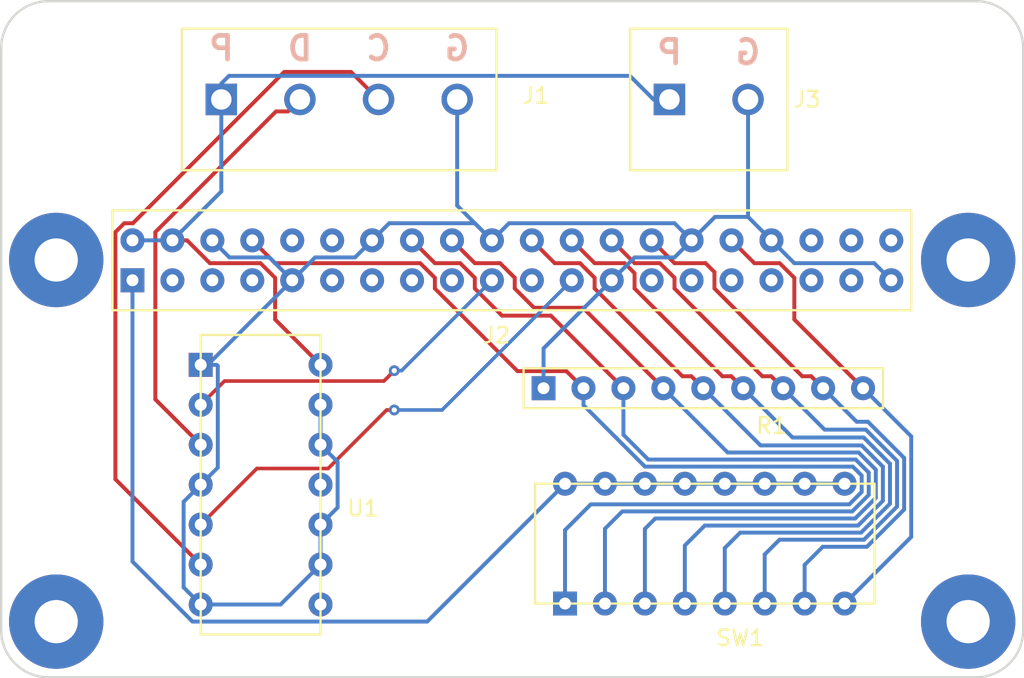
<source format=kicad_pcb>
(kicad_pcb (version 4) (host pcbnew 4.0.7)

  (general
    (links 49)
    (no_connects 0)
    (area 104.966647 70.674999 171.033353 114.2774)
    (thickness 1.6)
    (drawings 14)
    (tracks 231)
    (zones 0)
    (modules 10)
    (nets 37)
  )

  (page A)
  (title_block
    (date 2017-12-09)
    (rev 1)
  )

  (layers
    (0 F.Cu signal)
    (31 B.Cu signal)
    (32 B.Adhes user)
    (33 F.Adhes user)
    (34 B.Paste user)
    (35 F.Paste user)
    (36 B.SilkS user)
    (37 F.SilkS user)
    (38 B.Mask user)
    (39 F.Mask user)
    (40 Dwgs.User user)
    (41 Cmts.User user)
    (42 Eco1.User user)
    (43 Eco2.User user)
    (44 Edge.Cuts user)
    (45 Margin user)
    (46 B.CrtYd user)
    (47 F.CrtYd user)
    (48 B.Fab user)
    (49 F.Fab user)
  )

  (setup
    (last_trace_width 0.2286)
    (trace_clearance 0.1524)
    (zone_clearance 0.508)
    (zone_45_only no)
    (trace_min 0.1524)
    (segment_width 0.2)
    (edge_width 0.15)
    (via_size 0.6858)
    (via_drill 0.3302)
    (via_min_size 0.6858)
    (via_min_drill 0.3302)
    (uvia_size 0.762)
    (uvia_drill 0.508)
    (uvias_allowed no)
    (uvia_min_size 0.2)
    (uvia_min_drill 0.1)
    (pcb_text_width 0.3)
    (pcb_text_size 1.5 1.5)
    (mod_edge_width 0.15)
    (mod_text_size 1 1)
    (mod_text_width 0.15)
    (pad_size 2 2)
    (pad_drill 1.3)
    (pad_to_mask_clearance 0.2)
    (aux_axis_origin 0 0)
    (grid_origin 105.5 113.75)
    (visible_elements 7FFFFFFF)
    (pcbplotparams
      (layerselection 0x00030_80000001)
      (usegerberextensions false)
      (excludeedgelayer true)
      (linewidth 0.100000)
      (plotframeref false)
      (viasonmask false)
      (mode 1)
      (useauxorigin false)
      (hpglpennumber 1)
      (hpglpenspeed 20)
      (hpglpendiameter 15)
      (hpglpenoverlay 2)
      (psnegative false)
      (psa4output false)
      (plotreference true)
      (plotvalue true)
      (plotinvisibletext false)
      (padsonsilk false)
      (subtractmaskfromsilk false)
      (outputformat 1)
      (mirror false)
      (drillshape 1)
      (scaleselection 1)
      (outputdirectory ""))
  )

  (net 0 "")
  (net 1 VCC)
  (net 2 "Net-(J1-Pad2)")
  (net 3 "Net-(J1-Pad3)")
  (net 4 GND)
  (net 5 "Net-(J2-Pad1)")
  (net 6 "Net-(J2-Pad3)")
  (net 7 "Net-(J2-Pad5)")
  (net 8 "Net-(J2-Pad7)")
  (net 9 "Net-(J2-Pad8)")
  (net 10 "Net-(J2-Pad10)")
  (net 11 "Net-(J2-Pad11)")
  (net 12 "Net-(J2-Pad12)")
  (net 13 "Net-(J2-Pad13)")
  (net 14 "Net-(J2-Pad15)")
  (net 15 "Net-(J2-Pad16)")
  (net 16 "Net-(J2-Pad17)")
  (net 17 "Net-(J2-Pad18)")
  (net 18 "Net-(J2-Pad19)")
  (net 19 "Net-(J2-Pad21)")
  (net 20 "Net-(J2-Pad22)")
  (net 21 "Net-(J2-Pad23)")
  (net 22 "Net-(J2-Pad24)")
  (net 23 "Net-(J2-Pad26)")
  (net 24 "Net-(J2-Pad27)")
  (net 25 "Net-(J2-Pad28)")
  (net 26 "Net-(J2-Pad29)")
  (net 27 "Net-(J2-Pad31)")
  (net 28 "Net-(J2-Pad32)")
  (net 29 "Net-(J2-Pad33)")
  (net 30 "Net-(J2-Pad35)")
  (net 31 "Net-(J2-Pad36)")
  (net 32 "Net-(J2-Pad37)")
  (net 33 "Net-(J2-Pad38)")
  (net 34 "Net-(J2-Pad40)")
  (net 35 "Net-(U1-Pad8)")
  (net 36 "Net-(U1-Pad11)")

  (net_class Default "This is the default net class."
    (clearance 0.1524)
    (trace_width 0.2286)
    (via_dia 0.6858)
    (via_drill 0.3302)
    (uvia_dia 0.762)
    (uvia_drill 0.508)
    (add_net GND)
    (add_net "Net-(J1-Pad2)")
    (add_net "Net-(J1-Pad3)")
    (add_net "Net-(J2-Pad1)")
    (add_net "Net-(J2-Pad10)")
    (add_net "Net-(J2-Pad11)")
    (add_net "Net-(J2-Pad12)")
    (add_net "Net-(J2-Pad13)")
    (add_net "Net-(J2-Pad15)")
    (add_net "Net-(J2-Pad16)")
    (add_net "Net-(J2-Pad17)")
    (add_net "Net-(J2-Pad18)")
    (add_net "Net-(J2-Pad19)")
    (add_net "Net-(J2-Pad21)")
    (add_net "Net-(J2-Pad22)")
    (add_net "Net-(J2-Pad23)")
    (add_net "Net-(J2-Pad24)")
    (add_net "Net-(J2-Pad26)")
    (add_net "Net-(J2-Pad27)")
    (add_net "Net-(J2-Pad28)")
    (add_net "Net-(J2-Pad29)")
    (add_net "Net-(J2-Pad3)")
    (add_net "Net-(J2-Pad31)")
    (add_net "Net-(J2-Pad32)")
    (add_net "Net-(J2-Pad33)")
    (add_net "Net-(J2-Pad35)")
    (add_net "Net-(J2-Pad36)")
    (add_net "Net-(J2-Pad37)")
    (add_net "Net-(J2-Pad38)")
    (add_net "Net-(J2-Pad40)")
    (add_net "Net-(J2-Pad5)")
    (add_net "Net-(J2-Pad7)")
    (add_net "Net-(J2-Pad8)")
    (add_net "Net-(U1-Pad11)")
    (add_net "Net-(U1-Pad8)")
    (add_net VCC)
  )

  (module LED:MountHole (layer F.Cu) (tedit 5A2C59B7) (tstamp 5A2C4DB1)
    (at 167 89.75)
    (fp_text reference REF** (at 0 0.5) (layer F.SilkS) hide
      (effects (font (size 1 1) (thickness 0.15)))
    )
    (fp_text value MountHole (at 0 -6.35) (layer F.Fab) hide
      (effects (font (size 1 1) (thickness 0.15)))
    )
    (pad "" thru_hole circle (at 0 -2.54) (size 6 6) (drill 2.75) (layers *.Cu *.Mask))
  )

  (module LED:MountHole (layer F.Cu) (tedit 5A2C59C0) (tstamp 5A2C4DF0)
    (at 167 112.75)
    (fp_text reference REF** (at 0 0.5) (layer F.SilkS) hide
      (effects (font (size 1 1) (thickness 0.15)))
    )
    (fp_text value MountHole (at 0 -6.35) (layer F.Fab) hide
      (effects (font (size 1 1) (thickness 0.15)))
    )
    (pad "" thru_hole circle (at 0 -2.54) (size 6 6) (drill 2.75) (layers *.Cu *.Mask))
  )

  (module LED:MountHole (layer F.Cu) (tedit 5A2C59A1) (tstamp 5A2C4E17)
    (at 109 89.75)
    (fp_text reference REF** (at 0 0.5) (layer F.SilkS) hide
      (effects (font (size 1 1) (thickness 0.15)))
    )
    (fp_text value MountHole (at 0 -6.35) (layer F.Fab) hide
      (effects (font (size 1 1) (thickness 0.15)))
    )
    (pad "" thru_hole circle (at 0 -2.54) (size 6 6) (drill 2.75) (layers *.Cu *.Mask))
  )

  (module LED:MountHole (layer F.Cu) (tedit 5A2C59AB) (tstamp 5A2C4E69)
    (at 109 112.75)
    (fp_text reference REF** (at 0 0.5) (layer F.SilkS) hide
      (effects (font (size 1 1) (thickness 0.15)))
    )
    (fp_text value MountHole (at 0 -6.35) (layer F.Fab) hide
      (effects (font (size 1 1) (thickness 0.15)))
    )
    (pad "" thru_hole circle (at 0 -2.54) (size 6 6) (drill 2.75) (layers *.Cu *.Mask))
  )

  (module LED:Phoenix-Screw-Term-4 (layer F.Cu) (tedit 5A3ECA83) (tstamp 5A2C4F11)
    (at 127 77)
    (path /5A20B6B4)
    (fp_text reference J1 (at 12.5 -0.25) (layer F.SilkS)
      (effects (font (size 1 1) (thickness 0.15)))
    )
    (fp_text value TermBlock4 (at 0 5.5) (layer F.Fab)
      (effects (font (size 1 1) (thickness 0.15)))
    )
    (fp_line (start 10 -4.5) (end 10 4.5) (layer F.SilkS) (width 0.15))
    (fp_line (start 10 4.5) (end -10 4.5) (layer F.SilkS) (width 0.15))
    (fp_line (start -10 4.5) (end -10 -4.5) (layer F.SilkS) (width 0.15))
    (fp_line (start -10 -4.5) (end 10 -4.5) (layer F.SilkS) (width 0.15))
    (pad 1 thru_hole rect (at -7.5 0) (size 2 2) (drill 1.3) (layers *.Cu *.Mask)
      (net 1 VCC))
    (pad 2 thru_hole circle (at -2.5 0) (size 2 2) (drill 1.3) (layers *.Cu *.Mask)
      (net 2 "Net-(J1-Pad2)"))
    (pad 3 thru_hole circle (at 2.5 0) (size 2 2) (drill 1.3) (layers *.Cu *.Mask)
      (net 3 "Net-(J1-Pad3)"))
    (pad 4 thru_hole circle (at 7.5 0) (size 2 2) (drill 1.3) (layers *.Cu *.Mask)
      (net 4 GND))
  )

  (module "LED:Pi Header" (layer F.Cu) (tedit 5A2C4FE0) (tstamp 5A2C4F41)
    (at 139.25 88.5)
    (path /5A20B76F)
    (fp_text reference J2 (at -2.25 3.5) (layer F.SilkS)
      (effects (font (size 1 1) (thickness 0.15)))
    )
    (fp_text value PIHeader (at -8.25 3.25) (layer F.Fab)
      (effects (font (size 1 1) (thickness 0.15)))
    )
    (fp_line (start -26.67 -4.445) (end 24.13 -4.445) (layer F.SilkS) (width 0.15))
    (fp_line (start 24.13 -4.445) (end 24.13 1.905) (layer F.SilkS) (width 0.15))
    (fp_line (start 24.13 1.905) (end -26.67 1.905) (layer F.SilkS) (width 0.15))
    (fp_line (start -26.67 1.905) (end -26.67 -4.445) (layer F.SilkS) (width 0.15))
    (pad 1 thru_hole rect (at -25.4 0) (size 1.524 1.524) (drill 0.762) (layers *.Cu *.Mask)
      (net 5 "Net-(J2-Pad1)"))
    (pad 2 thru_hole circle (at -25.4 -2.54) (size 1.524 1.524) (drill 0.762) (layers *.Cu *.Mask)
      (net 1 VCC))
    (pad 3 thru_hole circle (at -22.86 0) (size 1.524 1.524) (drill 0.762) (layers *.Cu *.Mask)
      (net 6 "Net-(J2-Pad3)"))
    (pad 4 thru_hole circle (at -22.86 -2.54) (size 1.524 1.524) (drill 0.762) (layers *.Cu *.Mask)
      (net 1 VCC))
    (pad 5 thru_hole circle (at -20.32 0) (size 1.524 1.524) (drill 0.762) (layers *.Cu *.Mask)
      (net 7 "Net-(J2-Pad5)"))
    (pad 6 thru_hole circle (at -20.32 -2.54) (size 1.524 1.524) (drill 0.762) (layers *.Cu *.Mask)
      (net 4 GND))
    (pad 7 thru_hole circle (at -17.78 0) (size 1.524 1.524) (drill 0.762) (layers *.Cu *.Mask)
      (net 8 "Net-(J2-Pad7)"))
    (pad 8 thru_hole circle (at -17.78 -2.54) (size 1.524 1.524) (drill 0.762) (layers *.Cu *.Mask)
      (net 9 "Net-(J2-Pad8)"))
    (pad 9 thru_hole circle (at -15.24 0) (size 1.524 1.524) (drill 0.762) (layers *.Cu *.Mask)
      (net 4 GND))
    (pad 10 thru_hole circle (at -15.24 -2.54) (size 1.524 1.524) (drill 0.762) (layers *.Cu *.Mask)
      (net 10 "Net-(J2-Pad10)"))
    (pad 11 thru_hole circle (at -12.7 0) (size 1.524 1.524) (drill 0.762) (layers *.Cu *.Mask)
      (net 11 "Net-(J2-Pad11)"))
    (pad 12 thru_hole circle (at -12.7 -2.54) (size 1.524 1.524) (drill 0.762) (layers *.Cu *.Mask)
      (net 12 "Net-(J2-Pad12)"))
    (pad 13 thru_hole circle (at -10.16 0) (size 1.524 1.524) (drill 0.762) (layers *.Cu *.Mask)
      (net 13 "Net-(J2-Pad13)"))
    (pad 14 thru_hole circle (at -10.16 -2.54) (size 1.524 1.524) (drill 0.762) (layers *.Cu *.Mask)
      (net 4 GND))
    (pad 15 thru_hole circle (at -7.62 0) (size 1.524 1.524) (drill 0.762) (layers *.Cu *.Mask)
      (net 14 "Net-(J2-Pad15)"))
    (pad 16 thru_hole circle (at -7.62 -2.54) (size 1.524 1.524) (drill 0.762) (layers *.Cu *.Mask)
      (net 15 "Net-(J2-Pad16)"))
    (pad 17 thru_hole circle (at -5.08 0) (size 1.524 1.524) (drill 0.762) (layers *.Cu *.Mask)
      (net 16 "Net-(J2-Pad17)"))
    (pad 18 thru_hole circle (at -5.08 -2.54) (size 1.524 1.524) (drill 0.762) (layers *.Cu *.Mask)
      (net 17 "Net-(J2-Pad18)"))
    (pad 19 thru_hole circle (at -2.54 0) (size 1.524 1.524) (drill 0.762) (layers *.Cu *.Mask)
      (net 18 "Net-(J2-Pad19)"))
    (pad 20 thru_hole circle (at -2.54 -2.54) (size 1.524 1.524) (drill 0.762) (layers *.Cu *.Mask)
      (net 4 GND))
    (pad 21 thru_hole circle (at 0 0) (size 1.524 1.524) (drill 0.762) (layers *.Cu *.Mask)
      (net 19 "Net-(J2-Pad21)"))
    (pad 22 thru_hole circle (at 0 -2.54) (size 1.524 1.524) (drill 0.762) (layers *.Cu *.Mask)
      (net 20 "Net-(J2-Pad22)"))
    (pad 23 thru_hole circle (at 2.54 0) (size 1.524 1.524) (drill 0.762) (layers *.Cu *.Mask)
      (net 21 "Net-(J2-Pad23)"))
    (pad 24 thru_hole circle (at 2.54 -2.54) (size 1.524 1.524) (drill 0.762) (layers *.Cu *.Mask)
      (net 22 "Net-(J2-Pad24)"))
    (pad 25 thru_hole circle (at 5.08 0) (size 1.524 1.524) (drill 0.762) (layers *.Cu *.Mask)
      (net 4 GND))
    (pad 26 thru_hole circle (at 5.08 -2.54) (size 1.524 1.524) (drill 0.762) (layers *.Cu *.Mask)
      (net 23 "Net-(J2-Pad26)"))
    (pad 27 thru_hole circle (at 7.62 0) (size 1.524 1.524) (drill 0.762) (layers *.Cu *.Mask)
      (net 24 "Net-(J2-Pad27)"))
    (pad 28 thru_hole circle (at 7.62 -2.54) (size 1.524 1.524) (drill 0.762) (layers *.Cu *.Mask)
      (net 25 "Net-(J2-Pad28)"))
    (pad 29 thru_hole circle (at 10.16 0) (size 1.524 1.524) (drill 0.762) (layers *.Cu *.Mask)
      (net 26 "Net-(J2-Pad29)"))
    (pad 30 thru_hole circle (at 10.16 -2.54) (size 1.524 1.524) (drill 0.762) (layers *.Cu *.Mask)
      (net 4 GND))
    (pad 31 thru_hole circle (at 12.7 0) (size 1.524 1.524) (drill 0.762) (layers *.Cu *.Mask)
      (net 27 "Net-(J2-Pad31)"))
    (pad 32 thru_hole circle (at 12.7 -2.54) (size 1.524 1.524) (drill 0.762) (layers *.Cu *.Mask)
      (net 28 "Net-(J2-Pad32)"))
    (pad 33 thru_hole circle (at 15.24 0) (size 1.524 1.524) (drill 0.762) (layers *.Cu *.Mask)
      (net 29 "Net-(J2-Pad33)"))
    (pad 34 thru_hole circle (at 15.24 -2.54) (size 1.524 1.524) (drill 0.762) (layers *.Cu *.Mask)
      (net 4 GND))
    (pad 35 thru_hole circle (at 17.78 0) (size 1.524 1.524) (drill 0.762) (layers *.Cu *.Mask)
      (net 30 "Net-(J2-Pad35)"))
    (pad 36 thru_hole circle (at 17.78 -2.54) (size 1.524 1.524) (drill 0.762) (layers *.Cu *.Mask)
      (net 31 "Net-(J2-Pad36)"))
    (pad 37 thru_hole circle (at 20.32 0) (size 1.524 1.524) (drill 0.762) (layers *.Cu *.Mask)
      (net 32 "Net-(J2-Pad37)"))
    (pad 38 thru_hole circle (at 20.32 -2.54) (size 1.524 1.524) (drill 0.762) (layers *.Cu *.Mask)
      (net 33 "Net-(J2-Pad38)"))
    (pad 39 thru_hole circle (at 22.86 0) (size 1.524 1.524) (drill 0.762) (layers *.Cu *.Mask)
      (net 4 GND))
    (pad 40 thru_hole circle (at 22.86 -2.54) (size 1.524 1.524) (drill 0.762) (layers *.Cu *.Mask)
      (net 34 "Net-(J2-Pad40)"))
  )

  (module LED:Phoenix-Screw-Term-2 (layer F.Cu) (tedit 5A3ECAB4) (tstamp 5A2C4F4B)
    (at 150.5 77)
    (path /5A20B62B)
    (fp_text reference J3 (at 6.25 0) (layer F.SilkS)
      (effects (font (size 1 1) (thickness 0.15)))
    )
    (fp_text value TermBlock2 (at -0.25 5.5) (layer F.Fab)
      (effects (font (size 1 1) (thickness 0.15)))
    )
    (fp_line (start -5 -4.5) (end 5 -4.5) (layer F.SilkS) (width 0.15))
    (fp_line (start 5 -4.5) (end 5 4.5) (layer F.SilkS) (width 0.15))
    (fp_line (start 5 4.5) (end -5 4.5) (layer F.SilkS) (width 0.15))
    (fp_line (start -5 4.5) (end -5 -4.5) (layer F.SilkS) (width 0.15))
    (pad 1 thru_hole rect (at -2.5 0) (size 2 2) (drill 1.3) (layers *.Cu *.Mask)
      (net 1 VCC))
    (pad 2 thru_hole circle (at 2.5 0) (size 2 2) (drill 1.3) (layers *.Cu *.Mask)
      (net 4 GND))
  )

  (module LED:4609X-101-RC (layer F.Cu) (tedit 5A2C4FE5) (tstamp 5A2C4F5C)
    (at 148.25 96)
    (path /5A20B7C4)
    (fp_text reference R1 (at 6.25 1.75) (layer F.SilkS)
      (effects (font (size 1 1) (thickness 0.15)))
    )
    (fp_text value ResNetwork (at -0.25 1.75) (layer F.Fab)
      (effects (font (size 1 1) (thickness 0.15)))
    )
    (fp_line (start -9.525 -1.905) (end -9.525 0.635) (layer F.SilkS) (width 0.15))
    (fp_line (start -9.525 0.635) (end 13.335 0.635) (layer F.SilkS) (width 0.15))
    (fp_line (start 13.335 0.635) (end 13.335 -1.905) (layer F.SilkS) (width 0.15))
    (fp_line (start 13.335 -1.905) (end -9.525 -1.905) (layer F.SilkS) (width 0.15))
    (pad 1 thru_hole rect (at -8.255 -0.635) (size 1.524 1.524) (drill 0.762) (layers *.Cu *.Mask)
      (net 4 GND))
    (pad 2 thru_hole circle (at -5.715 -0.635) (size 1.524 1.524) (drill 0.762) (layers *.Cu *.Mask)
      (net 9 "Net-(J2-Pad8)"))
    (pad 3 thru_hole circle (at -3.175 -0.635) (size 1.524 1.524) (drill 0.762) (layers *.Cu *.Mask)
      (net 15 "Net-(J2-Pad16)"))
    (pad 4 thru_hole circle (at -0.635 -0.635) (size 1.524 1.524) (drill 0.762) (layers *.Cu *.Mask)
      (net 17 "Net-(J2-Pad18)"))
    (pad 5 thru_hole circle (at 1.905 -0.635) (size 1.524 1.524) (drill 0.762) (layers *.Cu *.Mask)
      (net 20 "Net-(J2-Pad22)"))
    (pad 6 thru_hole circle (at 4.445 -0.635) (size 1.524 1.524) (drill 0.762) (layers *.Cu *.Mask)
      (net 22 "Net-(J2-Pad24)"))
    (pad 7 thru_hole circle (at 6.985 -0.635) (size 1.524 1.524) (drill 0.762) (layers *.Cu *.Mask)
      (net 23 "Net-(J2-Pad26)"))
    (pad 8 thru_hole circle (at 9.525 -0.635) (size 1.524 1.524) (drill 0.762) (layers *.Cu *.Mask)
      (net 25 "Net-(J2-Pad28)"))
    (pad 9 thru_hole circle (at 12.065 -0.635) (size 1.524 1.524) (drill 0.762) (layers *.Cu *.Mask)
      (net 28 "Net-(J2-Pad32)"))
  )

  (module LED:210-008-M (layer F.Cu) (tedit 5A2C4FEC) (tstamp 5A2C4F74)
    (at 150.25 105.25)
    (path /5A20CADB)
    (fp_text reference SW1 (at 2.25 6) (layer F.SilkS)
      (effects (font (size 1 1) (thickness 0.15)))
    )
    (fp_text value Dip_Switch_X8 (at -6 5.75) (layer F.Fab)
      (effects (font (size 1 1) (thickness 0.15)))
    )
    (fp_line (start -10.795 3.81) (end 10.795 3.81) (layer F.SilkS) (width 0.15))
    (fp_line (start 10.795 3.81) (end 10.795 -3.81) (layer F.SilkS) (width 0.15))
    (fp_line (start 10.795 -3.81) (end -10.795 -3.81) (layer F.SilkS) (width 0.15))
    (fp_line (start -10.795 -3.81) (end -10.795 3.81) (layer F.SilkS) (width 0.15))
    (pad 1 thru_hole rect (at -8.89 3.81) (size 1.524 1.524) (drill 0.762) (layers *.Cu *.Mask)
      (net 9 "Net-(J2-Pad8)"))
    (pad 2 thru_hole circle (at -6.35 3.81) (size 1.524 1.524) (drill 0.762) (layers *.Cu *.Mask)
      (net 15 "Net-(J2-Pad16)"))
    (pad 3 thru_hole circle (at -3.81 3.81) (size 1.524 1.524) (drill 0.762) (layers *.Cu *.Mask)
      (net 17 "Net-(J2-Pad18)"))
    (pad 4 thru_hole circle (at -1.27 3.81) (size 1.524 1.524) (drill 0.762) (layers *.Cu *.Mask)
      (net 20 "Net-(J2-Pad22)"))
    (pad 5 thru_hole circle (at 1.27 3.81) (size 1.524 1.524) (drill 0.762) (layers *.Cu *.Mask)
      (net 22 "Net-(J2-Pad24)"))
    (pad 6 thru_hole circle (at 3.81 3.81) (size 1.524 1.524) (drill 0.762) (layers *.Cu *.Mask)
      (net 23 "Net-(J2-Pad26)"))
    (pad 7 thru_hole circle (at 6.35 3.81) (size 1.524 1.524) (drill 0.762) (layers *.Cu *.Mask)
      (net 25 "Net-(J2-Pad28)"))
    (pad 8 thru_hole circle (at 8.89 3.81) (size 1.524 1.524) (drill 0.762) (layers *.Cu *.Mask)
      (net 28 "Net-(J2-Pad32)"))
    (pad 9 thru_hole circle (at 8.89 -3.81) (size 1.524 1.524) (drill 0.762) (layers *.Cu *.Mask)
      (net 5 "Net-(J2-Pad1)"))
    (pad 10 thru_hole circle (at 6.35 -3.81) (size 1.524 1.524) (drill 0.762) (layers *.Cu *.Mask)
      (net 5 "Net-(J2-Pad1)"))
    (pad 11 thru_hole circle (at 3.81 -3.81) (size 1.524 1.524) (drill 0.762) (layers *.Cu *.Mask)
      (net 5 "Net-(J2-Pad1)"))
    (pad 12 thru_hole circle (at 1.27 -3.81) (size 1.524 1.524) (drill 0.762) (layers *.Cu *.Mask)
      (net 5 "Net-(J2-Pad1)"))
    (pad 13 thru_hole circle (at -1.27 -3.81) (size 1.524 1.524) (drill 0.762) (layers *.Cu *.Mask)
      (net 5 "Net-(J2-Pad1)"))
    (pad 14 thru_hole circle (at -3.81 -3.81) (size 1.524 1.524) (drill 0.762) (layers *.Cu *.Mask)
      (net 5 "Net-(J2-Pad1)"))
    (pad 15 thru_hole circle (at -6.35 -3.81) (size 1.524 1.524) (drill 0.762) (layers *.Cu *.Mask)
      (net 5 "Net-(J2-Pad1)"))
    (pad 16 thru_hole circle (at -8.89 -3.81) (size 1.524 1.524) (drill 0.762) (layers *.Cu *.Mask)
      (net 5 "Net-(J2-Pad1)"))
  )

  (module LED:74AHCT125 (layer F.Cu) (tedit 5A2C5008) (tstamp 5A2C4F8A)
    (at 122 101.5)
    (path /5A20D23D)
    (fp_text reference U1 (at 6.5 1.5) (layer F.SilkS)
      (effects (font (size 1 1) (thickness 0.15)))
    )
    (fp_text value 74AHCT125 (at 8.75 -3.25) (layer F.Fab)
      (effects (font (size 1 1) (thickness 0.15)))
    )
    (fp_line (start -3.81 9.525) (end 3.81 9.525) (layer F.SilkS) (width 0.15))
    (fp_line (start 3.81 9.525) (end 3.81 -9.525) (layer F.SilkS) (width 0.15))
    (fp_line (start 3.81 -9.525) (end -3.81 -9.525) (layer F.SilkS) (width 0.15))
    (fp_line (start -3.81 -9.525) (end -3.81 9.525) (layer F.SilkS) (width 0.15))
    (pad 1 thru_hole rect (at -3.81 -7.62) (size 1.524 1.524) (drill 0.762) (layers *.Cu *.Mask)
      (net 4 GND))
    (pad 2 thru_hole circle (at -3.81 -5.08) (size 1.524 1.524) (drill 0.762) (layers *.Cu *.Mask)
      (net 18 "Net-(J2-Pad19)"))
    (pad 3 thru_hole circle (at -3.81 -2.54) (size 1.524 1.524) (drill 0.762) (layers *.Cu *.Mask)
      (net 2 "Net-(J1-Pad2)"))
    (pad 4 thru_hole circle (at -3.81 0) (size 1.524 1.524) (drill 0.762) (layers *.Cu *.Mask)
      (net 4 GND))
    (pad 5 thru_hole circle (at -3.81 2.54) (size 1.524 1.524) (drill 0.762) (layers *.Cu *.Mask)
      (net 21 "Net-(J2-Pad23)"))
    (pad 6 thru_hole circle (at -3.81 5.08) (size 1.524 1.524) (drill 0.762) (layers *.Cu *.Mask)
      (net 3 "Net-(J1-Pad3)"))
    (pad 7 thru_hole circle (at -3.81 7.62) (size 1.524 1.524) (drill 0.762) (layers *.Cu *.Mask)
      (net 4 GND))
    (pad 8 thru_hole circle (at 3.81 7.62) (size 1.524 1.524) (drill 0.762) (layers *.Cu *.Mask)
      (net 35 "Net-(U1-Pad8)"))
    (pad 9 thru_hole circle (at 3.81 5.08) (size 1.524 1.524) (drill 0.762) (layers *.Cu *.Mask)
      (net 4 GND))
    (pad 10 thru_hole circle (at 3.81 2.54) (size 1.524 1.524) (drill 0.762) (layers *.Cu *.Mask)
      (net 4 GND))
    (pad 11 thru_hole circle (at 3.81 0) (size 1.524 1.524) (drill 0.762) (layers *.Cu *.Mask)
      (net 36 "Net-(U1-Pad11)"))
    (pad 12 thru_hole circle (at 3.81 -2.54) (size 1.524 1.524) (drill 0.762) (layers *.Cu *.Mask)
      (net 4 GND))
    (pad 13 thru_hole circle (at 3.81 -5.08) (size 1.524 1.524) (drill 0.762) (layers *.Cu *.Mask)
      (net 4 GND))
    (pad 14 thru_hole circle (at 3.81 -7.62) (size 1.524 1.524) (drill 0.762) (layers *.Cu *.Mask)
      (net 1 VCC))
  )

  (gr_text G (at 153 74) (layer B.SilkS)
    (effects (font (size 1.5 1.5) (thickness 0.3)) (justify mirror))
  )
  (gr_text P (at 148 74) (layer B.SilkS)
    (effects (font (size 1.5 1.5) (thickness 0.3)) (justify mirror))
  )
  (gr_text G (at 134.5 73.75) (layer B.SilkS)
    (effects (font (size 1.5 1.5) (thickness 0.3)) (justify mirror))
  )
  (gr_text P (at 119.5 73.75) (layer B.SilkS)
    (effects (font (size 1.5 1.5) (thickness 0.3)) (justify mirror))
  )
  (gr_text C (at 129.5 73.75) (layer B.SilkS)
    (effects (font (size 1.5 1.5) (thickness 0.3)) (justify mirror))
  )
  (gr_text D (at 124.5 73.75) (layer B.SilkS)
    (effects (font (size 1.5 1.5) (thickness 0.3)) (justify mirror))
  )
  (gr_arc (start 108.5 110.75) (end 108.5 113.75) (angle 90) (layer Edge.Cuts) (width 0.15))
  (gr_arc (start 167.5 110.75) (end 170.5 110.75) (angle 90) (layer Edge.Cuts) (width 0.15))
  (gr_arc (start 167.5 73.75) (end 167.5 70.75) (angle 90) (layer Edge.Cuts) (width 0.15))
  (gr_arc (start 108.5 73.75) (end 105.5 73.75) (angle 90) (layer Edge.Cuts) (width 0.15))
  (gr_line (start 105.5 110.75) (end 105.5 73.75) (angle 90) (layer Edge.Cuts) (width 0.15))
  (gr_line (start 167.5 113.75) (end 108.5 113.75) (angle 90) (layer Edge.Cuts) (width 0.15))
  (gr_line (start 170.5 73.75) (end 170.5 110.75) (angle 90) (layer Edge.Cuts) (width 0.15))
  (gr_line (start 108.5 70.75) (end 167.5 70.75) (angle 90) (layer Edge.Cuts) (width 0.15))

  (segment (start 119.988 75.5) (end 145.488 75.5) (width 0.25) (layer B.Cu) (net 1))
  (segment (start 145.488 75.5) (end 146.988 77) (width 0.25) (layer B.Cu) (net 1))
  (segment (start 146.988 77) (end 148 77) (width 0.25) (layer B.Cu) (net 1))
  (segment (start 119.5 77) (end 119.5 75.988) (width 0.25) (layer B.Cu) (net 1))
  (segment (start 119.5 75.988) (end 119.988 75.5) (width 0.25) (layer B.Cu) (net 1))
  (segment (start 116.39 85.96) (end 117.321238 85.96) (width 0.25) (layer F.Cu) (net 1))
  (segment (start 122.922999 88.344237) (end 122.922999 90.992999) (width 0.25) (layer F.Cu) (net 1))
  (segment (start 117.321238 85.96) (end 118.774237 87.412999) (width 0.25) (layer F.Cu) (net 1))
  (segment (start 118.774237 87.412999) (end 121.991761 87.412999) (width 0.25) (layer F.Cu) (net 1))
  (segment (start 121.991761 87.412999) (end 122.922999 88.344237) (width 0.25) (layer F.Cu) (net 1))
  (segment (start 122.922999 90.992999) (end 125.048001 93.118001) (width 0.25) (layer F.Cu) (net 1))
  (segment (start 125.048001 93.118001) (end 125.81 93.88) (width 0.25) (layer F.Cu) (net 1))
  (segment (start 116.39 85.96) (end 119.5 82.85) (width 0.25) (layer B.Cu) (net 1))
  (segment (start 119.5 82.85) (end 119.5 77) (width 0.25) (layer B.Cu) (net 1))
  (segment (start 113.85 85.96) (end 116.39 85.96) (width 0.25) (layer B.Cu) (net 1))
  (segment (start 124.5 77) (end 123.738001 77.761999) (width 0.25) (layer F.Cu) (net 2))
  (segment (start 115.302999 96.072999) (end 117.428001 98.198001) (width 0.25) (layer F.Cu) (net 2))
  (segment (start 123.738001 77.761999) (end 122.979239 77.761999) (width 0.25) (layer F.Cu) (net 2))
  (segment (start 115.302999 85.438239) (end 115.302999 96.072999) (width 0.25) (layer F.Cu) (net 2))
  (segment (start 122.979239 77.761999) (end 115.302999 85.438239) (width 0.25) (layer F.Cu) (net 2))
  (segment (start 117.428001 98.198001) (end 118.19 98.96) (width 0.25) (layer F.Cu) (net 2))
  (segment (start 129.5 77) (end 127.75 75.25) (width 0.25) (layer F.Cu) (net 3))
  (segment (start 117.428001 105.818001) (end 118.19 106.58) (width 0.25) (layer F.Cu) (net 3))
  (segment (start 127.75 75.25) (end 123.5 75.25) (width 0.25) (layer F.Cu) (net 3))
  (segment (start 123.5 75.25) (end 113.877001 84.872999) (width 0.25) (layer F.Cu) (net 3))
  (segment (start 113.877001 84.872999) (end 113.328239 84.872999) (width 0.25) (layer F.Cu) (net 3))
  (segment (start 112.762999 85.438239) (end 112.762999 101.152999) (width 0.25) (layer F.Cu) (net 3))
  (segment (start 113.328239 84.872999) (end 112.762999 85.438239) (width 0.25) (layer F.Cu) (net 3))
  (segment (start 112.762999 101.152999) (end 117.428001 105.818001) (width 0.25) (layer F.Cu) (net 3))
  (segment (start 144.33 88.5) (end 145.782999 87.047001) (width 0.25) (layer B.Cu) (net 4))
  (segment (start 145.782999 87.047001) (end 148.322999 87.047001) (width 0.25) (layer B.Cu) (net 4))
  (segment (start 148.322999 87.047001) (end 148.648001 86.721999) (width 0.25) (layer B.Cu) (net 4))
  (segment (start 148.648001 86.721999) (end 149.41 85.96) (width 0.25) (layer B.Cu) (net 4))
  (segment (start 125.81 98.96) (end 125.81 96.42) (width 0.25) (layer B.Cu) (net 4))
  (segment (start 125.81 104.04) (end 126.897001 102.952999) (width 0.25) (layer B.Cu) (net 4))
  (segment (start 126.897001 102.952999) (end 126.897001 100.047001) (width 0.25) (layer B.Cu) (net 4))
  (segment (start 126.897001 100.047001) (end 126.571999 99.721999) (width 0.25) (layer B.Cu) (net 4))
  (segment (start 126.571999 99.721999) (end 125.81 98.96) (width 0.25) (layer B.Cu) (net 4))
  (segment (start 125.81 106.58) (end 125.81 105.50237) (width 0.25) (layer B.Cu) (net 4))
  (segment (start 125.81 105.50237) (end 125.81 104.04) (width 0.25) (layer B.Cu) (net 4))
  (segment (start 118.19 109.12) (end 123.27 109.12) (width 0.25) (layer B.Cu) (net 4))
  (segment (start 123.27 109.12) (end 125.81 106.58) (width 0.25) (layer B.Cu) (net 4))
  (segment (start 118.19 101.5) (end 117.102999 102.587001) (width 0.25) (layer B.Cu) (net 4))
  (segment (start 117.102999 102.587001) (end 117.102999 108.032999) (width 0.25) (layer B.Cu) (net 4))
  (segment (start 117.102999 108.032999) (end 117.428001 108.358001) (width 0.25) (layer B.Cu) (net 4))
  (segment (start 117.428001 108.358001) (end 118.19 109.12) (width 0.25) (layer B.Cu) (net 4))
  (segment (start 118.19 93.88) (end 119.202 93.88) (width 0.25) (layer B.Cu) (net 4))
  (segment (start 119.202 93.88) (end 119.277001 93.955001) (width 0.25) (layer B.Cu) (net 4))
  (segment (start 119.277001 93.955001) (end 119.277001 100.412999) (width 0.25) (layer B.Cu) (net 4))
  (segment (start 119.277001 100.412999) (end 118.951999 100.738001) (width 0.25) (layer B.Cu) (net 4))
  (segment (start 118.951999 100.738001) (end 118.19 101.5) (width 0.25) (layer B.Cu) (net 4))
  (segment (start 124.01 88.5) (end 118.63 93.88) (width 0.25) (layer B.Cu) (net 4))
  (segment (start 118.63 93.88) (end 118.19 93.88) (width 0.25) (layer B.Cu) (net 4))
  (segment (start 144.33 88.5) (end 139.995 92.835) (width 0.25) (layer B.Cu) (net 4))
  (segment (start 139.995 92.835) (end 139.995 95.365) (width 0.25) (layer B.Cu) (net 4))
  (segment (start 124.01 88.5) (end 122.557001 87.047001) (width 0.25) (layer B.Cu) (net 4))
  (segment (start 122.557001 87.047001) (end 120.017001 87.047001) (width 0.25) (layer B.Cu) (net 4))
  (segment (start 119.691999 86.721999) (end 118.93 85.96) (width 0.25) (layer B.Cu) (net 4))
  (segment (start 120.017001 87.047001) (end 119.691999 86.721999) (width 0.25) (layer B.Cu) (net 4))
  (segment (start 129.09 85.96) (end 128.002999 87.047001) (width 0.25) (layer B.Cu) (net 4))
  (segment (start 128.002999 87.047001) (end 125.462999 87.047001) (width 0.25) (layer B.Cu) (net 4))
  (segment (start 125.462999 87.047001) (end 124.771999 87.738001) (width 0.25) (layer B.Cu) (net 4))
  (segment (start 124.771999 87.738001) (end 124.01 88.5) (width 0.25) (layer B.Cu) (net 4))
  (segment (start 136.71 85.96) (end 135.622999 84.872999) (width 0.25) (layer B.Cu) (net 4))
  (segment (start 135.622999 84.872999) (end 130.177001 84.872999) (width 0.25) (layer B.Cu) (net 4))
  (segment (start 130.177001 84.872999) (end 129.851999 85.198001) (width 0.25) (layer B.Cu) (net 4))
  (segment (start 129.851999 85.198001) (end 129.09 85.96) (width 0.25) (layer B.Cu) (net 4))
  (segment (start 134.5 77) (end 134.5 83.75) (width 0.25) (layer B.Cu) (net 4))
  (segment (start 134.5 83.75) (end 136.71 85.96) (width 0.25) (layer B.Cu) (net 4))
  (segment (start 149.41 85.96) (end 148.322999 84.872999) (width 0.25) (layer B.Cu) (net 4))
  (segment (start 148.322999 84.872999) (end 137.797001 84.872999) (width 0.25) (layer B.Cu) (net 4))
  (segment (start 137.797001 84.872999) (end 137.471999 85.198001) (width 0.25) (layer B.Cu) (net 4))
  (segment (start 137.471999 85.198001) (end 136.71 85.96) (width 0.25) (layer B.Cu) (net 4))
  (segment (start 153 84.47) (end 150.9 84.47) (width 0.25) (layer B.Cu) (net 4))
  (segment (start 150.9 84.47) (end 149.41 85.96) (width 0.25) (layer B.Cu) (net 4))
  (segment (start 154.49 85.96) (end 155.942999 87.412999) (width 0.25) (layer B.Cu) (net 4))
  (segment (start 161.022999 87.412999) (end 161.348001 87.738001) (width 0.25) (layer B.Cu) (net 4))
  (segment (start 155.942999 87.412999) (end 161.022999 87.412999) (width 0.25) (layer B.Cu) (net 4))
  (segment (start 161.348001 87.738001) (end 162.11 88.5) (width 0.25) (layer B.Cu) (net 4))
  (segment (start 153 77) (end 153 84.47) (width 0.25) (layer B.Cu) (net 4))
  (segment (start 153 84.47) (end 154.49 85.96) (width 0.25) (layer B.Cu) (net 4))
  (segment (start 141.36 101.44) (end 132.592999 110.207001) (width 0.25) (layer B.Cu) (net 5))
  (segment (start 132.592999 110.207001) (end 117.668239 110.207001) (width 0.25) (layer B.Cu) (net 5))
  (segment (start 117.668239 110.207001) (end 113.85 106.388762) (width 0.25) (layer B.Cu) (net 5))
  (segment (start 113.85 89.512) (end 113.85 88.5) (width 0.25) (layer B.Cu) (net 5))
  (segment (start 113.85 106.388762) (end 113.85 89.512) (width 0.25) (layer B.Cu) (net 5))
  (segment (start 156.6 101.44) (end 157.67763 101.44) (width 0.25) (layer B.Cu) (net 5))
  (segment (start 157.67763 101.44) (end 159.14 101.44) (width 0.25) (layer B.Cu) (net 5))
  (segment (start 154.06 101.44) (end 155.13763 101.44) (width 0.25) (layer B.Cu) (net 5))
  (segment (start 155.13763 101.44) (end 156.6 101.44) (width 0.25) (layer B.Cu) (net 5))
  (segment (start 151.52 101.44) (end 152.59763 101.44) (width 0.25) (layer B.Cu) (net 5))
  (segment (start 152.59763 101.44) (end 154.06 101.44) (width 0.25) (layer B.Cu) (net 5))
  (segment (start 148.98 101.44) (end 151.52 101.44) (width 0.25) (layer B.Cu) (net 5))
  (segment (start 146.44 101.44) (end 148.98 101.44) (width 0.25) (layer B.Cu) (net 5))
  (segment (start 143.9 101.44) (end 144.97763 101.44) (width 0.25) (layer B.Cu) (net 5))
  (segment (start 144.97763 101.44) (end 146.44 101.44) (width 0.25) (layer B.Cu) (net 5))
  (segment (start 141.36 101.44) (end 143.9 101.44) (width 0.25) (layer B.Cu) (net 5))
  (segment (start 121.47 85.96) (end 122.922999 87.412999) (width 0.25) (layer F.Cu) (net 9))
  (segment (start 141.447999 94.277999) (end 141.773001 94.603001) (width 0.25) (layer F.Cu) (net 9))
  (segment (start 122.922999 87.412999) (end 132.151761 87.412999) (width 0.25) (layer F.Cu) (net 9))
  (segment (start 132.151761 87.412999) (end 133.082999 88.344237) (width 0.25) (layer F.Cu) (net 9))
  (segment (start 133.082999 88.344237) (end 133.082999 89.021761) (width 0.25) (layer F.Cu) (net 9))
  (segment (start 141.773001 94.603001) (end 142.535 95.365) (width 0.25) (layer F.Cu) (net 9))
  (segment (start 133.082999 89.021761) (end 138.339237 94.277999) (width 0.25) (layer F.Cu) (net 9))
  (segment (start 138.339237 94.277999) (end 141.447999 94.277999) (width 0.25) (layer F.Cu) (net 9))
  (segment (start 143 102.75) (end 141.36 104.39) (width 0.25) (layer B.Cu) (net 9))
  (segment (start 141.36 104.39) (end 141.36 109.06) (width 0.25) (layer B.Cu) (net 9))
  (segment (start 159.438762 102.75) (end 143 102.75) (width 0.25) (layer B.Cu) (net 9))
  (segment (start 142.535 95.365) (end 142.535 96.44263) (width 0.25) (layer B.Cu) (net 9))
  (segment (start 142.535 96.44263) (end 146.445369 100.352999) (width 0.25) (layer B.Cu) (net 9))
  (segment (start 160.227001 101.961761) (end 159.438762 102.75) (width 0.25) (layer B.Cu) (net 9))
  (segment (start 146.445369 100.352999) (end 159.661761 100.352999) (width 0.25) (layer B.Cu) (net 9))
  (segment (start 159.661761 100.352999) (end 160.227001 100.918239) (width 0.25) (layer B.Cu) (net 9))
  (segment (start 160.227001 100.918239) (end 160.227001 101.961761) (width 0.25) (layer B.Cu) (net 9))
  (segment (start 137.351238 90.75) (end 140.46 90.75) (width 0.25) (layer F.Cu) (net 15))
  (segment (start 140.46 90.75) (end 145.075 95.365) (width 0.25) (layer F.Cu) (net 15))
  (segment (start 131.63 85.96) (end 133.082999 87.412999) (width 0.25) (layer F.Cu) (net 15))
  (segment (start 133.082999 87.412999) (end 134.691761 87.412999) (width 0.25) (layer F.Cu) (net 15))
  (segment (start 134.691761 87.412999) (end 135.622999 88.344237) (width 0.25) (layer F.Cu) (net 15))
  (segment (start 135.622999 88.344237) (end 135.622999 89.021761) (width 0.25) (layer F.Cu) (net 15))
  (segment (start 135.622999 89.021761) (end 137.351238 90.75) (width 0.25) (layer F.Cu) (net 15))
  (segment (start 146.652989 99.902989) (end 145.075 98.325) (width 0.25) (layer B.Cu) (net 15))
  (segment (start 145.075 98.325) (end 145.075 95.365) (width 0.25) (layer B.Cu) (net 15))
  (segment (start 159.848161 99.902989) (end 146.652989 99.902989) (width 0.25) (layer B.Cu) (net 15))
  (segment (start 143.9 104.30001) (end 145 103.20001) (width 0.25) (layer B.Cu) (net 15))
  (segment (start 145 103.20001) (end 159.625163 103.200009) (width 0.25) (layer B.Cu) (net 15))
  (segment (start 159.625163 103.200009) (end 160.677011 102.148161) (width 0.25) (layer B.Cu) (net 15))
  (segment (start 160.677011 102.148161) (end 160.67701 100.731838) (width 0.25) (layer B.Cu) (net 15))
  (segment (start 160.67701 100.731838) (end 159.848161 99.902989) (width 0.25) (layer B.Cu) (net 15))
  (segment (start 143.9 109.06) (end 143.9 104.30001) (width 0.25) (layer B.Cu) (net 15))
  (segment (start 139.391238 90.25) (end 142.5 90.25) (width 0.25) (layer F.Cu) (net 17))
  (segment (start 142.5 90.25) (end 147.615 95.365) (width 0.25) (layer F.Cu) (net 17))
  (segment (start 134.17 85.96) (end 135.622999 87.412999) (width 0.25) (layer F.Cu) (net 17))
  (segment (start 135.622999 87.412999) (end 137.231761 87.412999) (width 0.25) (layer F.Cu) (net 17))
  (segment (start 137.231761 87.412999) (end 138.162999 88.344237) (width 0.25) (layer F.Cu) (net 17))
  (segment (start 138.162999 88.344237) (end 138.162999 89.021761) (width 0.25) (layer F.Cu) (net 17))
  (segment (start 138.162999 89.021761) (end 139.391238 90.25) (width 0.25) (layer F.Cu) (net 17))
  (segment (start 160.034561 99.452979) (end 151.702979 99.452979) (width 0.25) (layer B.Cu) (net 17))
  (segment (start 151.702979 99.452979) (end 147.615 95.365) (width 0.25) (layer B.Cu) (net 17))
  (segment (start 146.44 104.31) (end 147.099982 103.650018) (width 0.25) (layer B.Cu) (net 17))
  (segment (start 161.12702 102.33456) (end 161.127019 100.545437) (width 0.25) (layer B.Cu) (net 17))
  (segment (start 147.099982 103.650018) (end 159.811564 103.650018) (width 0.25) (layer B.Cu) (net 17))
  (segment (start 159.811564 103.650018) (end 161.12702 102.33456) (width 0.25) (layer B.Cu) (net 17))
  (segment (start 161.127019 100.545437) (end 160.034561 99.452979) (width 0.25) (layer B.Cu) (net 17))
  (segment (start 146.44 109.06) (end 146.44 104.31) (width 0.25) (layer B.Cu) (net 17))
  (segment (start 130.5 94.25) (end 129.841299 94.908701) (width 0.2286) (layer F.Cu) (net 18))
  (segment (start 129.841299 94.908701) (end 119.701299 94.908701) (width 0.2286) (layer F.Cu) (net 18))
  (segment (start 119.701299 94.908701) (end 118.951999 95.658001) (width 0.2286) (layer F.Cu) (net 18))
  (segment (start 118.951999 95.658001) (end 118.19 96.42) (width 0.2286) (layer F.Cu) (net 18))
  (segment (start 136.71 88.5) (end 130.96 94.25) (width 0.2286) (layer B.Cu) (net 18))
  (segment (start 130.96 94.25) (end 130.5 94.25) (width 0.2286) (layer B.Cu) (net 18))
  (via (at 130.5 94.25) (size 0.6858) (drill 0.3302) (layers F.Cu B.Cu) (net 18))
  (segment (start 136.71 88.79) (end 136.71 88.5) (width 0.25) (layer B.Cu) (net 18))
  (segment (start 139.25 85.96) (end 140.702999 87.412999) (width 0.25) (layer F.Cu) (net 20))
  (segment (start 140.702999 87.412999) (end 142.311761 87.412999) (width 0.25) (layer F.Cu) (net 20))
  (segment (start 142.311761 87.412999) (end 143.242999 88.344237) (width 0.25) (layer F.Cu) (net 20))
  (segment (start 143.242999 88.344237) (end 143.242999 89.021761) (width 0.25) (layer F.Cu) (net 20))
  (segment (start 149.393001 94.603001) (end 150.155 95.365) (width 0.25) (layer F.Cu) (net 20))
  (segment (start 143.242999 89.021761) (end 148.824239 94.603001) (width 0.25) (layer F.Cu) (net 20))
  (segment (start 148.824239 94.603001) (end 149.393001 94.603001) (width 0.25) (layer F.Cu) (net 20))
  (segment (start 160.220961 99.002969) (end 153.792969 99.002969) (width 0.25) (layer B.Cu) (net 20))
  (segment (start 153.792969 99.002969) (end 150.155 95.365) (width 0.25) (layer B.Cu) (net 20))
  (segment (start 148.98 105.370028) (end 150.25 104.100028) (width 0.25) (layer B.Cu) (net 20))
  (segment (start 150.25 104.100028) (end 159.997964 104.100028) (width 0.25) (layer B.Cu) (net 20))
  (segment (start 159.997964 104.100028) (end 161.577028 102.520964) (width 0.25) (layer B.Cu) (net 20))
  (segment (start 161.577028 102.520964) (end 161.577028 100.359036) (width 0.25) (layer B.Cu) (net 20))
  (segment (start 161.577028 100.359036) (end 160.220961 99.002969) (width 0.25) (layer B.Cu) (net 20))
  (segment (start 148.98 109.06) (end 148.98 105.370028) (width 0.25) (layer B.Cu) (net 20))
  (segment (start 130.5 96.75) (end 130.015067 96.75) (width 0.2286) (layer F.Cu) (net 21))
  (segment (start 130.015067 96.75) (end 126.293768 100.471299) (width 0.2286) (layer F.Cu) (net 21))
  (segment (start 126.293768 100.471299) (end 121.758701 100.471299) (width 0.2286) (layer F.Cu) (net 21))
  (segment (start 118.951999 103.278001) (end 118.19 104.04) (width 0.2286) (layer F.Cu) (net 21))
  (segment (start 121.758701 100.471299) (end 118.951999 103.278001) (width 0.2286) (layer F.Cu) (net 21))
  (segment (start 141.79 88.5) (end 133.54 96.75) (width 0.2286) (layer B.Cu) (net 21))
  (segment (start 133.54 96.75) (end 130.5 96.75) (width 0.2286) (layer B.Cu) (net 21))
  (via (at 130.5 96.75) (size 0.6858) (drill 0.3302) (layers F.Cu B.Cu) (net 21))
  (segment (start 141.79 85.96) (end 143.242999 87.412999) (width 0.25) (layer F.Cu) (net 22))
  (segment (start 145.782999 88.049409) (end 145.782999 89.021761) (width 0.25) (layer F.Cu) (net 22))
  (segment (start 143.242999 87.412999) (end 145.146589 87.412999) (width 0.25) (layer F.Cu) (net 22))
  (segment (start 145.146589 87.412999) (end 145.782999 88.049409) (width 0.25) (layer F.Cu) (net 22))
  (segment (start 145.782999 89.021761) (end 151.364239 94.603001) (width 0.25) (layer F.Cu) (net 22))
  (segment (start 151.933001 94.603001) (end 152.695 95.365) (width 0.25) (layer F.Cu) (net 22))
  (segment (start 151.364239 94.603001) (end 151.933001 94.603001) (width 0.25) (layer F.Cu) (net 22))
  (segment (start 160.354402 98.5) (end 155.83 98.5) (width 0.25) (layer B.Cu) (net 22))
  (segment (start 155.83 98.5) (end 152.695 95.365) (width 0.25) (layer B.Cu) (net 22))
  (segment (start 151.52 105.530038) (end 152.5 104.550038) (width 0.25) (layer B.Cu) (net 22))
  (segment (start 152.5 104.550038) (end 160.184365 104.550037) (width 0.25) (layer B.Cu) (net 22))
  (segment (start 160.184365 104.550037) (end 162.027038 102.707364) (width 0.25) (layer B.Cu) (net 22))
  (segment (start 162.027038 102.707364) (end 162.027037 100.172635) (width 0.25) (layer B.Cu) (net 22))
  (segment (start 162.027037 100.172635) (end 160.354402 98.5) (width 0.25) (layer B.Cu) (net 22))
  (segment (start 151.52 109.06) (end 151.52 105.530038) (width 0.25) (layer B.Cu) (net 22))
  (segment (start 144.33 85.96) (end 145.782999 87.412999) (width 0.25) (layer F.Cu) (net 23))
  (segment (start 153.904239 94.603001) (end 154.473001 94.603001) (width 0.25) (layer F.Cu) (net 23))
  (segment (start 145.782999 87.412999) (end 147.391761 87.412999) (width 0.25) (layer F.Cu) (net 23))
  (segment (start 147.391761 87.412999) (end 148.322999 88.344237) (width 0.25) (layer F.Cu) (net 23))
  (segment (start 148.322999 88.344237) (end 148.322999 89.021761) (width 0.25) (layer F.Cu) (net 23))
  (segment (start 148.322999 89.021761) (end 153.904239 94.603001) (width 0.25) (layer F.Cu) (net 23))
  (segment (start 154.473001 94.603001) (end 155.235 95.365) (width 0.25) (layer F.Cu) (net 23))
  (segment (start 160.490812 98) (end 157.87 98) (width 0.25) (layer B.Cu) (net 23))
  (segment (start 157.87 98) (end 155.235 95.365) (width 0.25) (layer B.Cu) (net 23))
  (segment (start 154.06 105.94) (end 154.999954 105.000046) (width 0.25) (layer B.Cu) (net 23))
  (segment (start 154.999954 105.000046) (end 160.370766 105.000046) (width 0.25) (layer B.Cu) (net 23))
  (segment (start 160.370766 105.000046) (end 162.477047 102.893763) (width 0.25) (layer B.Cu) (net 23))
  (segment (start 162.477047 102.893763) (end 162.477046 99.986234) (width 0.25) (layer B.Cu) (net 23))
  (segment (start 162.477046 99.986234) (end 160.490812 98) (width 0.25) (layer B.Cu) (net 23))
  (segment (start 154.06 109.06) (end 154.06 105.94) (width 0.25) (layer B.Cu) (net 23))
  (segment (start 146.87 85.96) (end 148.322999 87.412999) (width 0.25) (layer F.Cu) (net 25))
  (segment (start 148.322999 87.412999) (end 150.297759 87.412999) (width 0.25) (layer F.Cu) (net 25))
  (segment (start 150.297759 87.412999) (end 150.862999 87.978239) (width 0.25) (layer F.Cu) (net 25))
  (segment (start 150.862999 87.978239) (end 150.862999 89.021761) (width 0.25) (layer F.Cu) (net 25))
  (segment (start 150.862999 89.021761) (end 156.444239 94.603001) (width 0.25) (layer F.Cu) (net 25))
  (segment (start 156.444239 94.603001) (end 157.013001 94.603001) (width 0.25) (layer F.Cu) (net 25))
  (segment (start 157.013001 94.603001) (end 157.775 95.365) (width 0.25) (layer F.Cu) (net 25))
  (segment (start 160.627222 97.5) (end 159.91 97.5) (width 0.25) (layer B.Cu) (net 25))
  (segment (start 159.91 97.5) (end 157.775 95.365) (width 0.25) (layer B.Cu) (net 25))
  (segment (start 157.75 105.450056) (end 160.557166 105.450056) (width 0.25) (layer B.Cu) (net 25))
  (segment (start 160.557166 105.450056) (end 162.927055 103.080167) (width 0.25) (layer B.Cu) (net 25))
  (segment (start 162.927055 103.080167) (end 162.927055 99.799833) (width 0.25) (layer B.Cu) (net 25))
  (segment (start 162.927055 99.799833) (end 160.627222 97.5) (width 0.25) (layer B.Cu) (net 25))
  (segment (start 156.6 106.600056) (end 157.75 105.450056) (width 0.25) (layer B.Cu) (net 25))
  (segment (start 156.6 109.06) (end 156.6 106.600056) (width 0.25) (layer B.Cu) (net 25))
  (segment (start 151.95 85.96) (end 153.402999 87.412999) (width 0.25) (layer F.Cu) (net 28))
  (segment (start 153.402999 87.412999) (end 155.011761 87.412999) (width 0.25) (layer F.Cu) (net 28))
  (segment (start 155.011761 87.412999) (end 155.942999 88.344237) (width 0.25) (layer F.Cu) (net 28))
  (segment (start 155.942999 88.344237) (end 155.942999 90.992999) (width 0.25) (layer F.Cu) (net 28))
  (segment (start 155.942999 90.992999) (end 159.553001 94.603001) (width 0.25) (layer F.Cu) (net 28))
  (segment (start 159.553001 94.603001) (end 160.315 95.365) (width 0.25) (layer F.Cu) (net 28))
  (segment (start 159.14 109.06) (end 163.377065 104.822935) (width 0.25) (layer B.Cu) (net 28))
  (segment (start 163.377065 104.822935) (end 163.377065 98.427065) (width 0.25) (layer B.Cu) (net 28))
  (segment (start 163.377065 98.427065) (end 161.076999 96.126999) (width 0.25) (layer B.Cu) (net 28))
  (segment (start 161.076999 96.126999) (end 160.315 95.365) (width 0.25) (layer B.Cu) (net 28))

)

</source>
